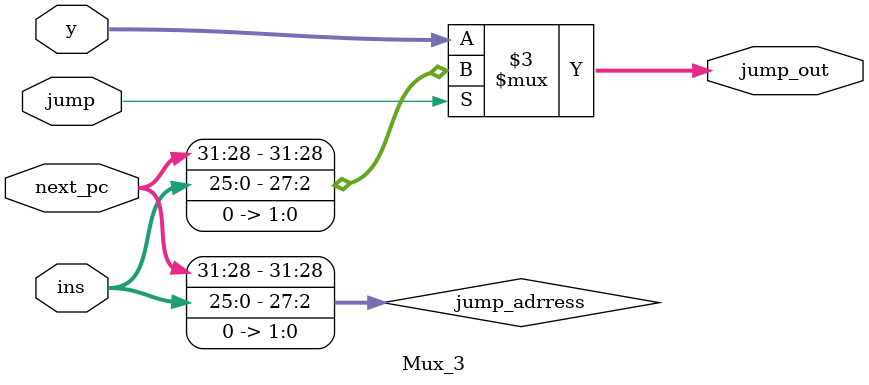
<source format=v>
  module mips_datapath(input clk,
    input rst,
    input RegDst,
    input AluSrc,
    input MemtoReg,
    input RegWrite,
    input MemRead,
    input MemWrite,
    input Branch,
    input Jump,
    input [2:0] ALUControl,

    output [31:0] pc,
    output [31:0] instr,
    output [31:0] alu_result,
    output [31:0] read_data1,
    output [31:0] read_data2,
    output [31:0] mem_read_data,
    output [31:0] final_write_data
     );
   
    wire [31:0] next_pc;
    wire [31:0] pc_plus4, branch_addr, jump_mux_out, branch_mux_out;
    wire [4:0] write_reg;
    wire [31:0] alu_src_b;
    wire [31:0] sign_ext_imm;
    wire [31:0] shifted_imm;
    wire [31:0] branch_target;
    wire pcsrc;
 PC pc_inst(clk, rst, next_pc, pc);

    // Instruction Memory
    IM im_inst(clk, pc, instr);

    // PC + 4
    pc_adder pcadd_inst(pc, pc_plus4);

    // Register Destination MUX
    mux regdst_mux(instr[20:16], instr[15:11], RegDst, write_reg);

    // Register File
    Register_file rf(clk, instr[25:21], instr[20:16], write_reg, final_write_data, RegWrite, read_data1, read_data2);

    // ALU Source MUX + Sign Extension
    Mux_1 alusrc_mux(instr[15:0], read_data2, AluSrc, alu_src_b);

    // ALU
    ALU alu_inst(read_data1, alu_src_b, ALUControl, alu_result);

    // Data Memory
    DM dm(clk, alu_result, MemRead, MemWrite, read_data2, mem_read_data);

    // MemtoReg MUX (corrected)
    Mux memtoreg_mux(mem_read_data, alu_result, MemtoReg, final_write_data);

    // Shifted Immediate (for Branch target)
    adder branch_adder(instr[15:0], pc_plus4, branch_target);

    // Branch Decision Logic (based on ALU result = zero)
    assign pcsrc = Branch & (alu_result == 0);

    // Branch MUX
    Mux_2 branch_mux(pc_plus4, branch_target, pcsrc, branch_mux_out);

    // Jump MUX
    Mux_3 jump_mux(instr[25:0], pc_plus4, branch_mux_out, Jump, next_pc);   
    
    
endmodule

//Program Counter
module PC(clk,rst,next_pc,pc);
   input clk, rst;
   input[31:0]next_pc;
   output reg[31:0]pc;
always@(posedge clk)
  begin
if(rst)
   pc<=32'b0;
else
   pc<=next_pc;
  end
endmodule

//Instruction memory
module IM(clk,pc,ins);
   input clk;
   input[31:0]pc;
   output reg[31:0]ins;
   reg[7:0]mem[0:255];
   wire[7:0] addr=pc[7:0]; 
always@(posedge clk)
begin
ins<={mem[addr],mem[addr+1],mem[addr+2],mem[addr+3]};
   end
endmodule

//MUX5bit :selecting registers
module mux(a,b,RegDst,mux_out);
   input[4:0]a,b;
   input RegDst;
   output reg[4:0]mux_out;
always@(*)begin
  if(RegDst)
      mux_out=b;
 else 
     mux_out=a;
 end
endmodule

//Register file
module Register_file(clk,Read_reg1,Read_reg2,Write_reg,Write_data, RegWrite,Read_data1,Read_data2);
       input clk;
       input[4:0]Read_reg1,Read_reg2,Write_reg;
       input[31:0] Write_data;
       input RegWrite;
       output reg[31:0]Read_data1,Read_data2;
       reg[31:0]regfile[0:31];
    always@(*)begin
         Read_data1=regfile[Read_reg1];
         Read_data2=regfile[Read_reg2];
      end
  always@(posedge clk) begin
     if(RegWrite&&Write_reg!=0)          //$zero register always stays zero
        regfile[Write_reg]<=Write_data;
    end
endmodule

//Sign Extensinon and MUX
module Mux_1(in,Read_data1,Alusrc,out);
  input[15:0]in;
  input[31:0]Read_data1;
  input Alusrc;
  output reg[31:0]out;
 wire[31:0]sign_extension;
assign sign_extension={{16{in[15]}},in[15:0]};
always@(*)begin
   if(Alusrc)
      out=sign_extension;
   else
      out=Read_data1;
  end
endmodule

//ALU CONTROL
module ALU(a,b,Alucontrol,Alu_out);
input[31:0]a,b;
input[2:0]Alucontrol;
output reg[31:0]Alu_out;
always@(*)begin
  if(Alucontrol==3'b000)        //ADD
    Alu_out=a+b;
  else if(Alucontrol==3'b001)  //SUB
      Alu_out=a-b;
  else if(Alucontrol==3'b010)  //AND
       Alu_out=a&b;
  else if(Alucontrol==3'b011)   //OR
       Alu_out=a|b;
  else if(Alucontrol==3'b100)  //XOR
       Alu_out=a^b;
  else if(Alucontrol==3'b101)  //NOR
       Alu_out=~(a|b);       
  else if(Alucontrol==3'b110) begin    //SLT SET LESS THAN
     if(a<b)
         Alu_out=32'b1;
   else
        Alu_out=32'b0;
      end
   end
endmodule

//Data Memory
module DM(clk,Alu_out,Mem_Read,Mem_Write,Write_data,Read_data);
       input clk;
       input[31:0]Alu_out;
       input Mem_Read,Mem_Write;
       input[31:0]Write_data;
       output reg [31:0]Read_data;
     reg[7:0]mem[0:255];
     wire[7:0]addr=Alu_out[7:0];
 always@(*)begin
  if(Mem_Read)
     Read_data={mem[addr],mem[addr+1],mem[addr+2],mem[addr+3]};
  else
     Read_data=  32'b0;
  end
 always@(posedge clk)begin
   if(Mem_Write)begin
     mem[addr]<=Write_data[31:24];
     mem[addr+1]<=Write_data[23:16];
     mem[addr+2]<=Write_data[15:8];
     mem[addr+3]<=Write_data[7:0];
    end 
  end   
endmodule

//MUX
module Mux(Read_data,Alu_out,Mem_Reg,Mux_out);
   input[31:0]Read_data;
   input[31:0]Alu_out;
   input Mem_Reg;
   output reg[31:0]Mux_out;
always@(*)begin
  if(Mem_Reg)
     Mux_out=Read_data;
  else
     Mux_out=Alu_out;
   end
endmodule

//shift left  Branch ADDER
module adder(x,y,out);
    input[31:0]x;
    input[31:0]y;
    output reg[31:0]out;
always@(*)begin
   out=y+(x<<2);//shift left by 2 units
  end
endmodule

//PC+4  ADDER
module pc_adder(pc,next_pc);
  input[31:0]pc;
  output reg [31:0]next_pc;
  always@(*)
   next_pc=pc+4;
endmodule

//MUX
module Mux_2(next_pc,out,pcsrc,y);
   input[31:0]next_pc,out;
   input pcsrc;
   output reg[31:0]y;
always@(*)
 begin
  if(pcsrc)
     y=out;
  else
    y=next_pc;
 end
endmodule

module Mux_3(ins,next_pc,y,jump,jump_out);
  input[25:0]ins;
  input[31:0]next_pc,y;
  input jump;
  output reg[31:0]jump_out;
   wire[31:0]jump_adrress;
   assign jump_adrress={{next_pc[31:28]},{ins[25:0]},2'b00};
  always@(*)
   begin
    if(jump)
     jump_out=jump_adrress;
   else
     jump_out=y;
   end
endmodule













</source>
